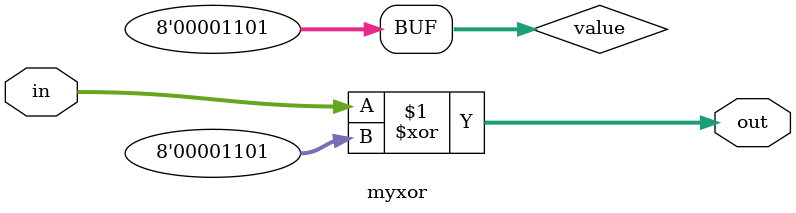
<source format=v>
`timescale 1ns / 1ps


module myxor(input [7:0] in, output [7:0] out);
    reg [7:0] value = 8'hd;
    assign out = in ^ value;
endmodule

</source>
